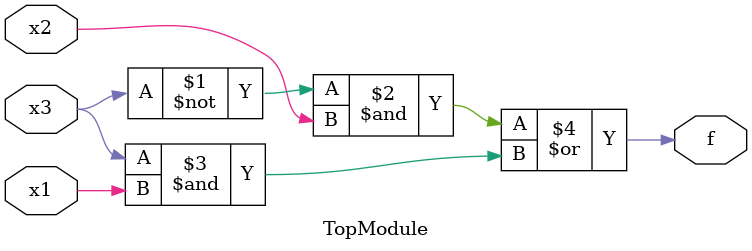
<source format=sv>


module TopModule (
  input x3,
  input x2,
  input x1,
  output f
);

assign f = (~x3 & x2) | (x3 & x1);
endmodule

</source>
